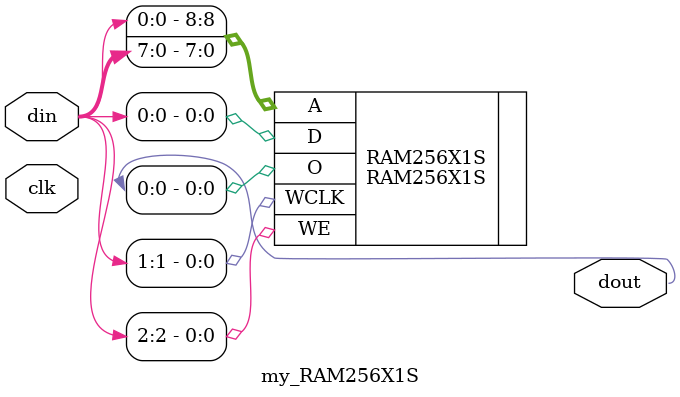
<source format=v>
module my_RAM256X1S (input clk, input [7:0] din, output [7:0] dout);
    parameter LOC = "";
    (* LOC=LOC, KEEP, DONT_TOUCH *)
    RAM256X1S #(
        ) RAM256X1S (
            .O(dout[0]),
            .A({din[0], din[7:0]}),
            .D(din[0]),
            .WCLK(din[1]),
            .WE(din[2]));
endmodule
</source>
